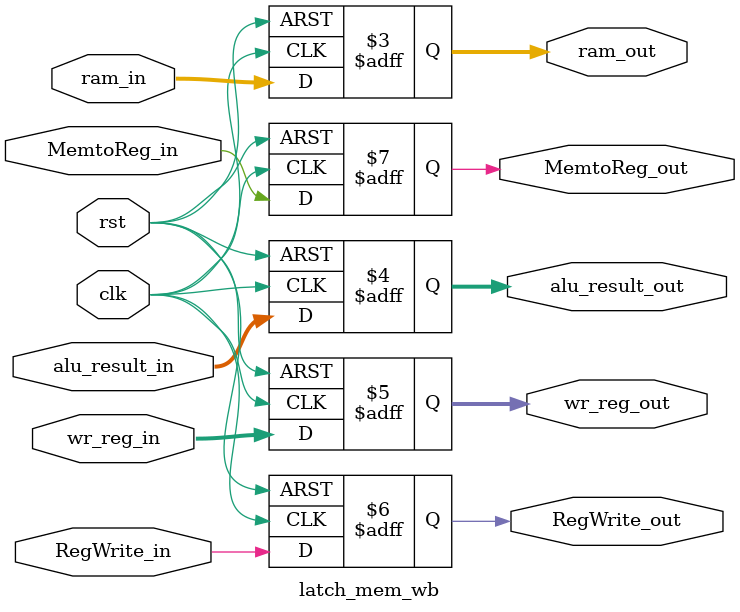
<source format=v>


`timescale 1ns/10ps

module latch_mem_wb (
    clk,
    rst,
    ram_in,
    alu_result_in,
    wr_reg_in,
    RegWrite_in,
    MemtoReg_in,
    ram_out,
    alu_result_out,
    wr_reg_out,
    RegWrite_out,
    MemtoReg_out
);
// Latch to control state between Execution and MEM pipeline stages

input [0:0] clk;
input [0:0] rst;
input signed [31:0] ram_in;
input signed [31:0] alu_result_in;
input signed [31:0] wr_reg_in;
input [0:0] RegWrite_in;
input [0:0] MemtoReg_in;
output signed [31:0] ram_out;
reg signed [31:0] ram_out;
output signed [31:0] alu_result_out;
reg signed [31:0] alu_result_out;
output signed [31:0] wr_reg_out;
reg signed [31:0] wr_reg_out;
output [0:0] RegWrite_out;
reg [0:0] RegWrite_out;
output [0:0] MemtoReg_out;
reg [0:0] MemtoReg_out;






always @(posedge clk, posedge rst) begin: LATCH_MEM_WB_LATCH
    if ((rst == 1)) begin
        ram_out <= 0;
        alu_result_out <= 0;
        wr_reg_out <= 0;
        RegWrite_out <= 0;
        MemtoReg_out <= 0;
    end
    else begin
        ram_out <= ram_in;
        alu_result_out <= alu_result_in;
        wr_reg_out <= wr_reg_in;
        RegWrite_out <= RegWrite_in;
        MemtoReg_out <= MemtoReg_in;
    end
end

endmodule

</source>
